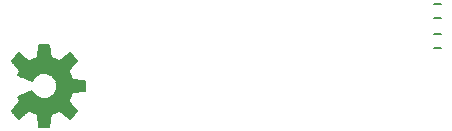
<source format=gbo>
G75*
G70*
%OFA0B0*%
%FSLAX24Y24*%
%IPPOS*%
%LPD*%
%AMOC8*
5,1,8,0,0,1.08239X$1,22.5*
%
%ADD10C,0.0060*%
%ADD11C,0.0059*%
D10*
X020215Y018164D02*
X020451Y018164D01*
X020451Y018636D02*
X020215Y018636D01*
X020215Y019164D02*
X020451Y019164D01*
X020451Y019636D02*
X020215Y019636D01*
D11*
X007020Y015977D02*
X007065Y015532D01*
X007401Y015532D01*
X007446Y015977D01*
X007547Y016006D01*
X007644Y016046D01*
X007735Y016097D01*
X008082Y015814D01*
X008319Y016052D01*
X008037Y016398D01*
X008087Y016490D01*
X008127Y016586D01*
X008156Y016687D01*
X008601Y016732D01*
X008601Y017068D01*
X008156Y017113D01*
X008127Y017214D01*
X007526Y017214D01*
X007511Y017229D02*
X007444Y017275D01*
X007371Y017308D01*
X007292Y017327D01*
X007211Y017330D01*
X007131Y017318D01*
X007055Y017292D01*
X006985Y017252D01*
X006924Y017199D01*
X006873Y017136D01*
X006835Y017065D01*
X006358Y017263D01*
X006391Y017334D01*
X006430Y017402D01*
X006148Y017748D01*
X006385Y017986D01*
X006731Y017703D01*
X006823Y017754D01*
X006920Y017794D01*
X007020Y017823D01*
X007065Y018268D01*
X007401Y018268D01*
X007446Y017823D01*
X007547Y017794D01*
X007644Y017754D01*
X007735Y017703D01*
X008082Y017986D01*
X008319Y017748D01*
X008037Y017402D01*
X008087Y017310D01*
X008127Y017214D01*
X008144Y017156D02*
X007578Y017156D01*
X007567Y017172D02*
X007511Y017229D01*
X007450Y017272D02*
X008103Y017272D01*
X008077Y017329D02*
X007234Y017329D01*
X007205Y017329D02*
X006389Y017329D01*
X006362Y017272D02*
X007019Y017272D01*
X006941Y017214D02*
X006475Y017214D01*
X006614Y017156D02*
X006889Y017156D01*
X006854Y017099D02*
X006753Y017099D01*
X006835Y016735D02*
X006869Y016671D01*
X006912Y016613D01*
X006965Y016563D01*
X007025Y016523D01*
X007091Y016494D01*
X007161Y016475D01*
X007233Y016469D01*
X007314Y016477D01*
X007391Y016499D01*
X007463Y016536D01*
X007527Y016585D01*
X007581Y016646D01*
X007622Y016715D01*
X007650Y016791D01*
X007663Y016871D01*
X007661Y016951D01*
X007644Y017030D01*
X007612Y017105D01*
X007567Y017172D01*
X007615Y017099D02*
X008297Y017099D01*
X008601Y017041D02*
X007639Y017041D01*
X007654Y016984D02*
X008601Y016984D01*
X008601Y016926D02*
X007662Y016926D01*
X007663Y016869D02*
X008601Y016869D01*
X008601Y016811D02*
X007653Y016811D01*
X007636Y016754D02*
X008601Y016754D01*
X008246Y016696D02*
X007611Y016696D01*
X007574Y016638D02*
X008142Y016638D01*
X008125Y016581D02*
X007522Y016581D01*
X007438Y016523D02*
X008101Y016523D01*
X008074Y016466D02*
X006391Y016466D01*
X006358Y016537D01*
X006835Y016735D01*
X006856Y016696D02*
X006741Y016696D01*
X006602Y016638D02*
X006893Y016638D01*
X006946Y016581D02*
X006463Y016581D01*
X006365Y016523D02*
X007025Y016523D01*
X006793Y016063D02*
X007674Y016063D01*
X007777Y016063D02*
X008310Y016063D01*
X008273Y016005D02*
X007847Y016005D01*
X007918Y015948D02*
X008215Y015948D01*
X008158Y015890D02*
X007988Y015890D01*
X008059Y015833D02*
X008100Y015833D01*
X008263Y016120D02*
X006204Y016120D01*
X006157Y016063D02*
X006690Y016063D01*
X006731Y016097D02*
X006385Y015814D01*
X006148Y016052D01*
X006430Y016398D01*
X006391Y016466D01*
X006424Y016408D02*
X008042Y016408D01*
X008075Y016351D02*
X006391Y016351D01*
X006344Y016293D02*
X008122Y016293D01*
X008169Y016236D02*
X006297Y016236D01*
X006250Y016178D02*
X008216Y016178D01*
X007544Y016005D02*
X006922Y016005D01*
X006920Y016006D02*
X006823Y016046D01*
X006731Y016097D01*
X006619Y016005D02*
X006194Y016005D01*
X006251Y015948D02*
X006549Y015948D01*
X006478Y015890D02*
X006309Y015890D01*
X006367Y015833D02*
X006408Y015833D01*
X006920Y016006D02*
X007020Y015977D01*
X007023Y015948D02*
X007443Y015948D01*
X007438Y015890D02*
X007029Y015890D01*
X007035Y015833D02*
X007432Y015833D01*
X007426Y015775D02*
X007041Y015775D01*
X007047Y015718D02*
X007420Y015718D01*
X007414Y015660D02*
X007052Y015660D01*
X007058Y015602D02*
X007408Y015602D01*
X007403Y015545D02*
X007064Y015545D01*
X006421Y017387D02*
X008045Y017387D01*
X008071Y017444D02*
X006396Y017444D01*
X006349Y017502D02*
X008118Y017502D01*
X008165Y017559D02*
X006302Y017559D01*
X006255Y017617D02*
X008212Y017617D01*
X008259Y017674D02*
X006208Y017674D01*
X006161Y017732D02*
X006696Y017732D01*
X006783Y017732D02*
X007684Y017732D01*
X007770Y017732D02*
X008306Y017732D01*
X008278Y017790D02*
X007841Y017790D01*
X007912Y017847D02*
X008220Y017847D01*
X008163Y017905D02*
X007982Y017905D01*
X008053Y017962D02*
X008105Y017962D01*
X007558Y017790D02*
X006909Y017790D01*
X007023Y017847D02*
X007444Y017847D01*
X007438Y017905D02*
X007029Y017905D01*
X007034Y017962D02*
X007432Y017962D01*
X007426Y018020D02*
X007040Y018020D01*
X007046Y018077D02*
X007421Y018077D01*
X007415Y018135D02*
X007052Y018135D01*
X007058Y018192D02*
X007409Y018192D01*
X007403Y018250D02*
X007064Y018250D01*
X006626Y017790D02*
X006189Y017790D01*
X006246Y017847D02*
X006555Y017847D01*
X006485Y017905D02*
X006304Y017905D01*
X006361Y017962D02*
X006414Y017962D01*
M02*

</source>
